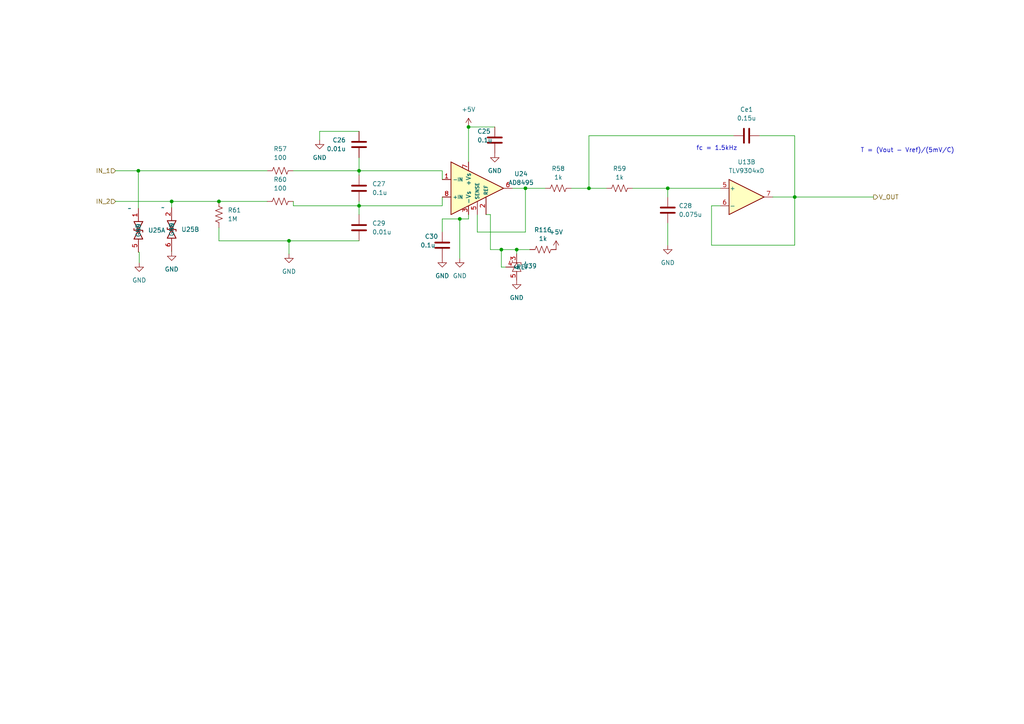
<source format=kicad_sch>
(kicad_sch (version 20230121) (generator eeschema)
  (paper "A4")
  (lib_symbols
    (symbol "Amplifier_Operational:TLV9304xD" (pin_names (offset 0.127))
      (property "Reference" "U" (at 0 5.08 0))
      (property "Value" "TLV9304xD" (at 0 -5.08 0))
      (symbol "TLV9304xD_1_1"
        (polyline (pts (xy -5.08 5.08) (xy 5.08 0) (xy -5.08 -5.08) (xy -5.08 5.08)) (stroke (width 0.254)) (fill (type background)))
        (pin output line (at 7.62 0 180) (length 2.54) (name "~") (number "1"))
        (pin input line (at -7.62 -2.54 0) (length 2.54) (name "-") (number "2"))
        (pin input line (at -7.62 2.54 0) (length 2.54) (name "+") (number "3"))
      )
      (symbol "TLV9304xD_2_1"
        (polyline (pts (xy -5.08 5.08) (xy 5.08 0) (xy -5.08 -5.08) (xy -5.08 5.08)) (stroke (width 0.254)) (fill (type background)))
        (pin input line (at -7.62 2.54 0) (length 2.54) (name "+") (number "5"))
        (pin input line (at -7.62 -2.54 0) (length 2.54) (name "-") (number "6"))
        (pin output line (at 7.62 0 180) (length 2.54) (name "~") (number "7"))
      )
      (symbol "TLV9304xD_3_1"
        (polyline (pts (xy -5.08 5.08) (xy 5.08 0) (xy -5.08 -5.08) (xy -5.08 5.08)) (stroke (width 0.254)) (fill (type background)))
        (pin input line (at -7.62 2.54 0) (length 2.54) (name "+") (number "10"))
        (pin output line (at 7.62 0 180) (length 2.54) (name "~") (number "8"))
        (pin input line (at -7.62 -2.54 0) (length 2.54) (name "-") (number "9"))
      )
      (symbol "TLV9304xD_4_1"
        (polyline (pts (xy -5.08 5.08) (xy 5.08 0) (xy -5.08 -5.08) (xy -5.08 5.08)) (stroke (width 0.254)) (fill (type background)))
        (pin input line (at -7.62 2.54 0) (length 2.54) (name "+") (number "12"))
        (pin input line (at -7.62 -2.54 0) (length 2.54) (name "-") (number "13"))
        (pin output line (at 7.62 0 180) (length 2.54) (name "~") (number "14"))
      )
      (symbol "TLV9304xD_5_1"
        (pin power_in line (at -2.54 -7.62 90) (length 3.81) (name "V-") (number "11"))
        (pin power_in line (at -2.54 7.62 270) (length 3.81) (name "V+") (number "4"))
      )
    )
    (symbol "Device:C" (pin_numbers hide) (pin_names (offset 0.254))
      (property "Reference" "C" (at 0.635 2.54 0))
      (property "Value" "C" (at 0.635 -2.54 0))
      (symbol "C_0_1"
        (polyline (pts (xy -2.032 -0.762) (xy 2.032 -0.762)) (stroke (width 0.508)))
        (polyline (pts (xy -2.032 0.762) (xy 2.032 0.762)) (stroke (width 0.508)))
      )
      (symbol "C_1_1"
        (pin passive line (at 0 3.81 270) (length 2.794) (name "~") (number "1"))
        (pin passive line (at 0 -3.81 90) (length 2.794) (name "~") (number "2"))
      )
    )
    (symbol "Device:R_US" (pin_numbers hide) (pin_names (offset 0))
      (property "Reference" "R" (at 2.54 0 90))
      (property "Value" "R_US" (at -2.54 0 90))
      (symbol "R_US_0_1"
        (polyline (pts (xy 0 -2.286) (xy 0 -2.54)))
        (polyline (pts (xy 0 2.286) (xy 0 2.54)))
        (polyline (pts (xy 0 -0.762) (xy 1.016 -1.143) (xy 0 -1.524) (xy -1.016 -1.905) (xy 0 -2.286)))
        (polyline (pts (xy 0 0.762) (xy 1.016 0.381) (xy 0 0) (xy -1.016 -0.381) (xy 0 -0.762)))
        (polyline (pts (xy 0 2.286) (xy 1.016 1.905) (xy 0 1.524) (xy -1.016 1.143) (xy 0 0.762)))
      )
      (symbol "R_US_1_1"
        (pin passive line (at 0 3.81 270) (length 1.27) (name "~") (number "1"))
        (pin passive line (at 0 -3.81 90) (length 1.27) (name "~") (number "2"))
      )
    )
    (symbol "Sensor_Temperature:AD8495"
      (property "Reference" "U" (at 5.08 3.81 0))
      (property "Value" "AD8495" (at 8.89 -3.81 0))
      (symbol "AD8495_0_1"
        (polyline (pts (xy -7.62 7.62) (xy 7.62 0) (xy -7.62 -7.62) (xy -7.62 7.62)) (stroke (width 0.254)) (fill (type background)))
      )
      (symbol "AD8495_1_1"
        (pin input line (at -10.16 2.54 0) (length 2.54) (name "-IN") (number "1"))
        (pin input line (at 2.54 -7.62 90) (length 5.08) (name "REF") (number "2"))
        (pin power_in line (at -2.54 -7.62 90) (length 2.54) (name "-Vs") (number "3"))
        (pin no_connect line (at -5.08 0 180) (length 2.54) hide (name "NC") (number "4"))
        (pin passive line (at 0 -7.62 90) (length 3.81) (name "SENSE") (number "5"))
        (pin output line (at 10.16 0 180) (length 2.54) (name "~") (number "6"))
        (pin power_in line (at -2.54 7.62 270) (length 2.54) (name "+Vs") (number "7"))
        (pin input line (at -10.16 -2.54 0) (length 2.54) (name "+IN") (number "8"))
      )
    )
    (symbol "TLVH431_1"
      (property "Reference" "U" (at 0 0 0))
      (symbol "TLVH431_1_0_1"
        (polyline (pts (xy -0.635 -3.81) (xy 0 -3.81)))
        (polyline (pts (xy 0 -2.54) (xy 0 -3.81)))
        (polyline (pts (xy 0 -2.54) (xy 0 -1.27)))
        (polyline (pts (xy 0 -1.27) (xy 0.635 -1.27)))
        (polyline (pts (xy 0 -2.54) (xy 2.54 -1.27) (xy 2.54 -3.81) (xy 0 -2.54)))
      )
      (symbol "TLVH431_1_1_1"
        (pin passive line (at -2.54 -2.54 0) (length 2.54) (name "C") (number "3"))
        (pin passive line (at 1.27 -5.715 90) (length 2.54) (name "REF") (number "4"))
        (pin passive line (at 5.08 -2.54 180) (length 2.54) (name "A") (number "5"))
      )
    )
    (symbol "karca_lib:TVS0701-7V"
      (property "Reference" "U" (at 0 0 0))
      (symbol "TVS0701-7V_0_1"
        (polyline (pts (xy 2.54 -7.62) (xy 2.54 -5.08)))
        (polyline (pts (xy 3.81 -6.858) (xy 3.81 -6.35) (xy 1.27 -6.35) (xy 1.27 -5.842)) (stroke (width 0.254)))
        (polyline (pts (xy 3.81 -3.81) (xy 1.27 -3.81) (xy 3.81 -8.89) (xy 1.27 -8.89) (xy 3.81 -3.81)) (stroke (width 0.254)))
      )
      (symbol "TVS0701-7V_1_1"
        (pin passive line (at 2.54 0 270) (length 3.81) (name "IN") (number "1"))
        (pin passive line (at 2.54 -12.7 90) (length 3.81) (name "GND") (number "5"))
      )
      (symbol "TVS0701-7V_2_1"
        (pin passive line (at 2.54 0 270) (length 3.81) (name "IN") (number "2"))
        (pin passive line (at 2.54 -12.7 90) (length 3.81) (name "GND") (number "6"))
      )
      (symbol "TVS0701-7V_3_1"
        (pin passive line (at 2.54 0 270) (length 3.81) (name "IN") (number "3"))
        (pin passive line (at 2.54 -12.7 90) (length 3.81) (name "GND") (number "7"))
      )
      (symbol "TVS0701-7V_4_1"
        (pin passive line (at 2.54 0 270) (length 3.81) (name "IN") (number "4"))
        (pin passive line (at 2.54 -12.7 90) (length 3.81) (name "GND") (number "8"))
      )
    )
    (symbol "power:+5V" (power) (pin_names (offset 0))
      (property "Value" "+5V" (at 0 3.556 0))
      (symbol "+5V_0_1"
        (polyline (pts (xy -0.762 1.27) (xy 0 2.54)))
        (polyline (pts (xy 0 0) (xy 0 2.54)))
        (polyline (pts (xy 0 2.54) (xy 0.762 1.27)))
      )
      (symbol "+5V_1_1"
        (pin power_in line (at 0 0 90) (length 0) hide (name "+5V") (number "1"))
      )
    )
    (symbol "power:GND" (power) (pin_names (offset 0))
      (property "Value" "GND" (at 0 -3.81 0))
      (symbol "GND_0_1"
        (polyline (pts (xy 0 0) (xy 0 -1.27) (xy 1.27 -1.27) (xy 0 -2.54) (xy -1.27 -1.27) (xy 0 -1.27)))
      )
      (symbol "GND_1_1"
        (pin power_in line (at 0 0 270) (length 0) hide (name "GND") (number "1"))
      )
    )
  )
  (junction (at 104.14 49.53))
  (junction (at 170.815 54.61))
  (junction (at 230.505 57.15))
  (junction (at 40.132 49.53))
  (junction (at 135.89 36.83))
  (junction (at 63.5 58.42))
  (junction (at 193.675 54.61))
  (junction (at 104.14 59.69))
  (junction (at 83.82 69.85))
  (junction (at 133.35 63.5))
  (junction (at 152.4 54.61))
  (junction (at 149.86 72.39))
  (junction (at 49.784 58.42))
  (junction (at 145.415 72.39))
  (wire (pts (xy 49.784 72.898) (xy 49.784 73.025)))
  (wire (pts (xy 49.784 58.42) (xy 63.5 58.42)))
  (wire (pts (xy 230.505 71.12) (xy 206.375 71.12)))
  (wire (pts (xy 212.725 39.37) (xy 170.815 39.37)))
  (wire (pts (xy 135.89 36.83) (xy 143.51 36.83)))
  (wire (pts (xy 40.386 73.152) (xy 40.386 76.2)))
  (wire (pts (xy 133.35 63.5) (xy 128.27 63.5)))
  (wire (pts (xy 92.71 38.1) (xy 92.71 40.64)))
  (wire (pts (xy 158.115 54.61) (xy 152.4 54.61)))
  (wire (pts (xy 135.89 63.5) (xy 135.89 62.23)))
  (wire (pts (xy 142.24 62.23) (xy 140.97 62.23)))
  (wire (pts (xy 206.375 59.69) (xy 208.915 59.69)))
  (wire (pts (xy 104.14 59.69) (xy 85.09 59.69)))
  (wire (pts (xy 135.89 63.5) (xy 133.35 63.5)))
  (wire (pts (xy 128.27 63.5) (xy 128.27 67.31)))
  (wire (pts (xy 104.14 45.72) (xy 104.14 49.53)))
  (wire (pts (xy 104.14 59.69) (xy 104.14 62.23)))
  (wire (pts (xy 135.89 46.99) (xy 135.89 36.83)))
  (wire (pts (xy 193.675 54.61) (xy 208.915 54.61)))
  (wire (pts (xy 193.675 64.77) (xy 193.675 71.12)))
  (wire (pts (xy 145.415 72.39) (xy 145.415 77.47)))
  (wire (pts (xy 128.27 59.69) (xy 104.14 59.69)))
  (wire (pts (xy 104.14 69.85) (xy 83.82 69.85)))
  (wire (pts (xy 104.14 49.53) (xy 128.27 49.53)))
  (wire (pts (xy 230.505 39.37) (xy 230.505 57.15)))
  (wire (pts (xy 128.27 57.15) (xy 128.27 59.69)))
  (wire (pts (xy 83.82 69.85) (xy 63.5 69.85)))
  (wire (pts (xy 40.132 73.152) (xy 40.386 73.152)))
  (wire (pts (xy 149.86 72.39) (xy 145.415 72.39)))
  (wire (pts (xy 128.27 49.53) (xy 128.27 52.07)))
  (wire (pts (xy 63.5 66.04) (xy 63.5 69.85)))
  (wire (pts (xy 33.528 49.53) (xy 40.132 49.53)))
  (wire (pts (xy 83.82 69.85) (xy 83.82 73.66)))
  (wire (pts (xy 104.14 49.53) (xy 104.14 50.8)))
  (wire (pts (xy 165.735 54.61) (xy 170.815 54.61)))
  (wire (pts (xy 142.24 72.39) (xy 142.24 62.23)))
  (wire (pts (xy 138.43 62.23) (xy 138.43 67.31)))
  (wire (pts (xy 170.815 39.37) (xy 170.815 54.61)))
  (wire (pts (xy 138.43 67.31) (xy 152.4 67.31)))
  (wire (pts (xy 145.415 77.47) (xy 146.685 77.47)))
  (wire (pts (xy 33.528 58.42) (xy 49.784 58.42)))
  (wire (pts (xy 152.4 54.61) (xy 152.4 67.31)))
  (wire (pts (xy 40.132 49.53) (xy 77.47 49.53)))
  (wire (pts (xy 152.4 54.61) (xy 148.59 54.61)))
  (wire (pts (xy 183.515 54.61) (xy 193.675 54.61)))
  (wire (pts (xy 230.505 57.15) (xy 230.505 71.12)))
  (wire (pts (xy 230.505 57.15) (xy 253.365 57.15)))
  (wire (pts (xy 104.14 58.42) (xy 104.14 59.69)))
  (wire (pts (xy 220.345 39.37) (xy 230.505 39.37)))
  (wire (pts (xy 224.155 57.15) (xy 230.505 57.15)))
  (wire (pts (xy 104.14 38.1) (xy 92.71 38.1)))
  (wire (pts (xy 170.815 54.61) (xy 175.895 54.61)))
  (wire (pts (xy 133.35 63.5) (xy 133.35 74.93)))
  (wire (pts (xy 40.132 60.452) (xy 40.132 49.53)))
  (wire (pts (xy 49.784 58.42) (xy 49.784 60.198)))
  (wire (pts (xy 63.5 58.42) (xy 77.47 58.42)))
  (wire (pts (xy 142.24 72.39) (xy 145.415 72.39)))
  (wire (pts (xy 153.67 72.39) (xy 149.86 72.39)))
  (wire (pts (xy 85.09 49.53) (xy 104.14 49.53)))
  (wire (pts (xy 193.675 54.61) (xy 193.675 57.15)))
  (wire (pts (xy 149.86 72.39) (xy 149.86 73.66)))
  (wire (pts (xy 85.09 59.69) (xy 85.09 58.42)))
  (wire (pts (xy 206.375 71.12) (xy 206.375 59.69)))
  (text "T = (Vout - Vref)/(5mV/C)" (at 249.555 44.45 0) (effects (font (size 1.27 1.27)) (justify left bottom)))
  (text "fc = 1.5kHz\n" (at 201.93 43.815 0) (effects (font (size 1.27 1.27)) (justify left bottom)))
  (hierarchical_label "V_OUT" (shape output) (at 253.365 57.15 0))
  (hierarchical_label "IN_2" (shape input) (at 33.528 58.42 180))
  (hierarchical_label "IN_1" (shape input) (at 33.528 49.53 180))
  (symbol (lib_id "Device:C") (at 143.51 40.64 180) (unit 1)
    (property "Reference" "C25" (at 138.43 38.1 0) (effects (justify right)))
    (property "Value" "0.1u" (at 138.43 40.64 0) (effects (justify right)))
    (property "Footprint" "Capacitor_SMD:C_1206_3216Metric" (effects hide))
    (instances (project "karca_v2" (path "" (reference "C25") (unit 1)) (path "" (reference "C31") (unit 1)) (path "" (reference "C37") (unit 1)) (path "" (reference "C43") (unit 1))))
  )
  (symbol (lib_id "Device:C") (at 104.14 54.61 180) (unit 1)
    (property "Reference" "C27" (at 107.95 53.34 0) (effects (justify right)))
    (property "Value" "0.1u" (at 107.95 55.88 0) (effects (justify right)))
    (property "Footprint" "Capacitor_SMD:C_1206_3216Metric" (effects hide))
    (instances (project "karca_v2" (path "" (reference "C27") (unit 1)) (path "" (reference "C33") (unit 1)) (path "" (reference "C39") (unit 1)) (path "" (reference "C45") (unit 1))))
  )
  (symbol (lib_id "Device:R_US") (at 161.925 54.61 90) (unit 1)
    (property "Reference" "R58" (at 161.925 48.895 90))
    (property "Value" "1k" (at 161.925 51.435 90))
    (property "Footprint" "Resistor_SMD:R_1206_3216Metric" (effects hide))
    (instances (project "karca_v2" (path "" (reference "R58") (unit 1)) (path "" (reference "R63") (unit 1)) (path "" (reference "R68") (unit 1)) (path "" (reference "R73") (unit 1))))
  )
  (symbol (lib_id "power:+5V") (at 161.29 72.39 0) (unit 1)
    (property "Reference" "#PWR0182" (effects hide))
    (property "Value" "+5V" (at 161.29 67.31 0))
    (instances (project "karca_v2" (path "" (reference "#PWR0182") (unit 1)) (path "" (reference "#PWR0183") (unit 1)) (path "" (reference "#PWR0184") (unit 1)) (path "" (reference "#PWR0185") (unit 1))))
  )
  (symbol (lib_id "power:GND") (at 133.35 74.93 0) (unit 1)
    (property "Reference" "#PWR0106" (effects hide))
    (property "Value" "GND" (at 133.35 80.01 0))
    (instances (project "karca_v2" (path "" (reference "#PWR0106") (unit 1)) (path "" (reference "#PWR0115") (unit 1)) (path "" (reference "#PWR0124") (unit 1)) (path "" (reference "#PWR0133") (unit 1))))
  )
  (symbol (lib_id "power:+5V") (at 135.89 36.83 0) (unit 1)
    (property "Reference" "#PWR099" (effects hide))
    (property "Value" "+5V" (at 135.89 31.75 0))
    (instances (project "karca_v2" (path "" (reference "#PWR099") (unit 1)) (path "" (reference "#PWR0108") (unit 1)) (path "" (reference "#PWR0117") (unit 1)) (path "" (reference "#PWR0126") (unit 1))))
  )
  (symbol (lib_id "karca_lib:TVS0701-7V") (at 47.244 60.198 0) (unit 2)
    (property "Reference" "U25" (at 52.578 66.548 0) (effects (justify left)))
    (property "Value" "~" (at 47.244 60.198 0))
    (property "Footprint" "Package_SON:VSON-8-1EP_3x3mm_P0.65mm_EP1.65x2.4mm_ThermalVias" (effects hide))
    (instances (project "karca_v2" (path "" (reference "U25") (unit 2)) (path "" (reference "U25") (unit 4)) (path "" (reference "U28") (unit 2)) (path "" (reference "U28") (unit 4))))
  )
  (symbol (lib_id "Device:R_US") (at 81.28 49.53 90) (unit 1)
    (property "Reference" "R57" (at 81.28 43.18 90))
    (property "Value" "100" (at 81.28 45.72 90))
    (property "Footprint" "Resistor_SMD:R_1206_3216Metric" (effects hide))
    (instances (project "karca_v2" (path "" (reference "R57") (unit 1)) (path "" (reference "R62") (unit 1)) (path "" (reference "R67") (unit 1)) (path "" (reference "R72") (unit 1))))
  )
  (symbol (lib_id "power:GND") (at 83.82 73.66 0) (unit 1)
    (property "Reference" "#PWR0104" (effects hide))
    (property "Value" "GND" (at 83.82 78.74 0))
    (instances (project "karca_v2" (path "" (reference "#PWR0104") (unit 1)) (path "" (reference "#PWR0113") (unit 1)) (path "" (reference "#PWR0122") (unit 1)) (path "" (reference "#PWR0131") (unit 1))))
  )
  (symbol (lib_id "power:GND") (at 149.86 81.28 0) (unit 1)
    (property "Reference" "#PWR0186" (effects hide))
    (property "Value" "GND" (at 149.86 86.36 0))
    (instances (project "karca_v2" (path "" (reference "#PWR0186") (unit 1)) (path "" (reference "#PWR0187") (unit 1)) (path "" (reference "#PWR0188") (unit 1)) (path "" (reference "#PWR0189") (unit 1))))
  )
  (symbol (lib_id "power:GND") (at 143.51 44.45 0) (unit 1)
    (property "Reference" "#PWR0101" (effects hide))
    (property "Value" "GND" (at 143.51 49.53 0))
    (instances (project "karca_v2" (path "" (reference "#PWR0101") (unit 1)) (path "" (reference "#PWR0110") (unit 1)) (path "" (reference "#PWR0119") (unit 1)) (path "" (reference "#PWR0128") (unit 1))))
  )
  (symbol (lib_name "TLVH431_1") (lib_id "karca_lib:TLVH431") (at 152.4 76.2 270) (unit 1)
    (property "Reference" "U39" (at 151.765 77.1525 90) (effects (justify left)))
    (property "Value" "~" (at 152.4 76.2 0))
    (property "Footprint" "Package_TO_SOT_SMD:SOT-23-5" (effects hide))
    (instances (project "karca_v2" (path "" (reference "U39") (unit 1)) (path "" (reference "U37") (unit 1)) (path "" (reference "U38") (unit 1)) (path "" (reference "U40") (unit 1))))
  )
  (symbol (lib_id "power:GND") (at 193.675 71.12 0) (unit 1)
    (property "Reference" "#PWR0102" (effects hide))
    (property "Value" "GND" (at 193.675 76.2 0))
    (instances (project "karca_v2" (path "" (reference "#PWR0102") (unit 1)) (path "" (reference "#PWR0111") (unit 1)) (path "" (reference "#PWR0120") (unit 1)) (path "" (reference "#PWR0129") (unit 1))))
  )
  (symbol (lib_id "power:GND") (at 49.784 73.025 0) (unit 1)
    (property "Reference" "#PWR0103" (effects hide))
    (property "Value" "GND" (at 49.784 78.105 0))
    (instances (project "karca_v2" (path "" (reference "#PWR0103") (unit 1)) (path "" (reference "#PWR0112") (unit 1)) (path "" (reference "#PWR0121") (unit 1)) (path "" (reference "#PWR0130") (unit 1))))
  )
  (symbol (lib_id "Amplifier_Operational:TLV9304xD") (at 216.535 57.15 0) (unit 2)
    (property "Reference" "U13" (at 216.535 46.99 0))
    (property "Value" "TLV9304xD" (at 216.535 49.53 0))
    (property "Footprint" "Package_SO:SO-14_3.9x8.65mm_P1.27mm" (effects hide))
    (property "Datasheet" "https://www.ti.com/lit/ds/symlink/tlv9304.pdf" (effects hide))
    (instances (project "karca_v2" (path "" (reference "U13") (unit 2)) (path "" (reference "U13") (unit 1)) (path "" (reference "U13") (unit 4)) (path "" (reference "U13") (unit 3))))
  )
  (symbol (lib_id "Device:C") (at 104.14 41.91 0) (mirror x) (unit 1)
    (property "Reference" "C26" (at 100.33 40.64 0) (effects (justify right)))
    (property "Value" "0.01u" (at 100.33 43.18 0) (effects (justify right)))
    (property "Footprint" "Capacitor_SMD:C_1206_3216Metric" (effects hide))
    (instances (project "karca_v2" (path "" (reference "C26") (unit 1)) (path "" (reference "C32") (unit 1)) (path "" (reference "C38") (unit 1)) (path "" (reference "C44") (unit 1))))
  )
  (symbol (lib_id "power:GND") (at 128.27 74.93 0) (unit 1)
    (property "Reference" "#PWR0105" (effects hide))
    (property "Value" "GND" (at 128.27 80.01 0))
    (instances (project "karca_v2" (path "" (reference "#PWR0105") (unit 1)) (path "" (reference "#PWR0114") (unit 1)) (path "" (reference "#PWR0123") (unit 1)) (path "" (reference "#PWR0132") (unit 1))))
  )
  (symbol (lib_id "Device:C") (at 193.675 60.96 0) (unit 1)
    (property "Reference" "C28" (at 196.85 59.69 0) (effects (justify left)))
    (property "Value" "0.075u" (at 196.85 62.23 0) (effects (justify left)))
    (property "Footprint" "Capacitor_SMD:C_1206_3216Metric" (effects hide))
    (instances (project "karca_v2" (path "" (reference "C28") (unit 1)) (path "" (reference "C34") (unit 1)) (path "" (reference "C40") (unit 1)) (path "" (reference "C46") (unit 1))))
  )
  (symbol (lib_id "Device:C") (at 216.535 39.37 270) (unit 1)
    (property "Reference" "Ce1" (at 216.535 31.75 90))
    (property "Value" "0.15u" (at 216.535 34.29 90))
    (property "Footprint" "Capacitor_SMD:C_1206_3216Metric" (effects hide))
    (instances (project "karca_v2" (path "" (reference "Ce1") (unit 1)) (path "" (reference "Ce2") (unit 1)) (path "" (reference "Ce3") (unit 1)) (path "" (reference "Ce4") (unit 1))))
  )
  (symbol (lib_id "power:GND") (at 40.386 76.2 0) (unit 1)
    (property "Reference" "#PWR0107" (effects hide))
    (property "Value" "GND" (at 40.386 81.28 0))
    (instances (project "karca_v2" (path "" (reference "#PWR0107") (unit 1)) (path "" (reference "#PWR0116") (unit 1)) (path "" (reference "#PWR0125") (unit 1)) (path "" (reference "#PWR0134") (unit 1))))
  )
  (symbol (lib_id "karca_lib:TVS0701-7V") (at 37.592 60.452 0) (unit 1)
    (property "Reference" "U25" (at 42.926 66.802 0) (effects (justify left)))
    (property "Value" "~" (at 37.592 60.452 0))
    (property "Footprint" "Package_SON:VSON-8-1EP_3x3mm_P0.65mm_EP1.65x2.4mm_ThermalVias" (effects hide))
    (instances (project "karca_v2" (path "" (reference "U25") (unit 1)) (path "" (reference "U25") (unit 3)) (path "" (reference "U28") (unit 1)) (path "" (reference "U28") (unit 3))))
  )
  (symbol (lib_id "Device:C") (at 128.27 71.12 180) (unit 1)
    (property "Reference" "C30" (at 123.19 68.58 0) (effects (justify right)))
    (property "Value" "0.1u" (at 121.92 71.12 0) (effects (justify right)))
    (property "Footprint" "Capacitor_SMD:C_1206_3216Metric" (effects hide))
    (instances (project "karca_v2" (path "" (reference "C30") (unit 1)) (path "" (reference "C36") (unit 1)) (path "" (reference "C42") (unit 1)) (path "" (reference "C48") (unit 1))))
  )
  (symbol (lib_id "power:GND") (at 92.71 40.64 0) (unit 1)
    (property "Reference" "#PWR0100" (effects hide))
    (property "Value" "GND" (at 92.71 45.72 0))
    (instances (project "karca_v2" (path "" (reference "#PWR0100") (unit 1)) (path "" (reference "#PWR0109") (unit 1)) (path "" (reference "#PWR0118") (unit 1)) (path "" (reference "#PWR0127") (unit 1))))
  )
  (symbol (lib_id "Sensor_Temperature:AD8495") (at 138.43 54.61 0) (unit 1)
    (property "Reference" "U24" (at 151.13 50.4191 0))
    (property "Value" "AD8495" (at 151.13 52.9591 0))
    (property "Footprint" "Package_SO:MSOP-8_3x3mm_P0.65mm" (effects hide))
    (property "Datasheet" "https://www.analog.com/media/en/technical-documentation/data-sheets/ad8494_8495_8496_8497.pdf" (effects hide))
    (instances (project "karca_v2" (path "" (reference "U24") (unit 1)) (path "" (reference "U26") (unit 1)) (path "" (reference "U27") (unit 1)) (path "" (reference "U29") (unit 1))))
  )
  (symbol (lib_id "Device:R_US") (at 63.5 62.23 180) (unit 1)
    (property "Reference" "R61" (at 66.04 60.96 0) (effects (justify right)))
    (property "Value" "1M" (at 66.04 63.5 0) (effects (justify right)))
    (property "Footprint" "Resistor_SMD:R_1206_3216Metric" (effects hide))
    (instances (project "karca_v2" (path "" (reference "R61") (unit 1)) (path "" (reference "R66") (unit 1)) (path "" (reference "R71") (unit 1)) (path "" (reference "R76") (unit 1))))
  )
  (symbol (lib_id "Device:C") (at 104.14 66.04 180) (unit 1)
    (property "Reference" "C29" (at 107.95 64.77 0) (effects (justify right)))
    (property "Value" "0.01u" (at 107.95 67.31 0) (effects (justify right)))
    (property "Footprint" "Capacitor_SMD:C_1206_3216Metric" (effects hide))
    (instances (project "karca_v2" (path "" (reference "C29") (unit 1)) (path "" (reference "C35") (unit 1)) (path "" (reference "C41") (unit 1)) (path "" (reference "C47") (unit 1))))
  )
  (symbol (lib_id "Device:R_US") (at 81.28 58.42 90) (unit 1)
    (property "Reference" "R60" (at 81.28 52.07 90))
    (property "Value" "100" (at 81.28 54.61 90))
    (property "Footprint" "Resistor_SMD:R_1206_3216Metric" (effects hide))
    (instances (project "karca_v2" (path "" (reference "R60") (unit 1)) (path "" (reference "R65") (unit 1)) (path "" (reference "R70") (unit 1)) (path "" (reference "R75") (unit 1))))
  )
  (symbol (lib_id "Device:R_US") (at 157.48 72.39 90) (unit 1)
    (property "Reference" "R116" (at 157.48 66.675 90))
    (property "Value" "1k" (at 157.48 69.215 90))
    (property "Footprint" "Resistor_SMD:R_1206_3216Metric" (effects hide))
    (instances (project "karca_v2" (path "" (reference "R116") (unit 1)) (path "" (reference "R117") (unit 1)) (path "" (reference "R118") (unit 1)) (path "" (reference "R119") (unit 1))))
  )
  (symbol (lib_id "Device:R_US") (at 179.705 54.61 90) (unit 1)
    (property "Reference" "R59" (at 179.705 48.895 90))
    (property "Value" "1k" (at 179.705 51.435 90))
    (property "Footprint" "Resistor_SMD:R_1206_3216Metric" (effects hide))
    (instances (project "karca_v2" (path "" (reference "R59") (unit 1)) (path "" (reference "R64") (unit 1)) (path "" (reference "R69") (unit 1)) (path "" (reference "R74") (unit 1))))
  )
)
</source>
